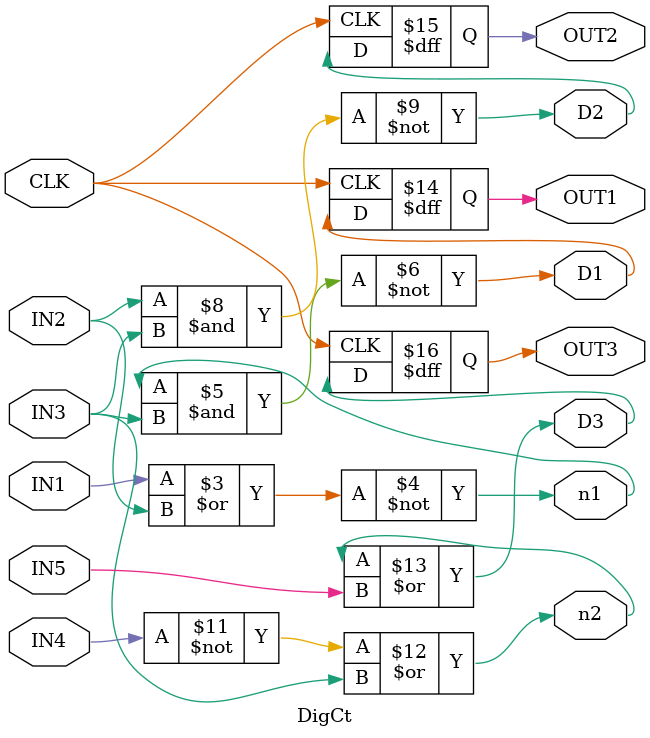
<source format=v>
module DigCt(
input IN1,IN2,IN3,IN4,IN5,CLK,
output reg OUT1,OUT2,OUT3,
output reg n1,n2,D1,D2,D3
);

always@(posedge CLK)
begin
  OUT1<= D1;
  OUT2<= D2;
  OUT3<= D3;
end

always@(IN1,IN2,IN3)
begin
  n1=~(IN1|IN2);
  D1=~(n1&IN3);
end

always@(IN2,IN3)
begin 
  D2=~(IN2&IN3);
end

always@(IN3,IN4,IN5)
begin
  n2=(~(IN4)|IN3);
  D3=n2|IN5;
end
endmodule
</source>
